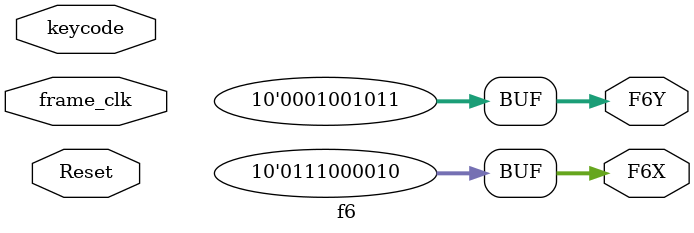
<source format=sv>

module  f6 ( input Reset, frame_clk, input [7:0] keycode,
               output [9:0]  F6X, F6Y);
    
       
    assign F6X = 450;
   
    assign F6Y = 75;
    

endmodule

</source>
